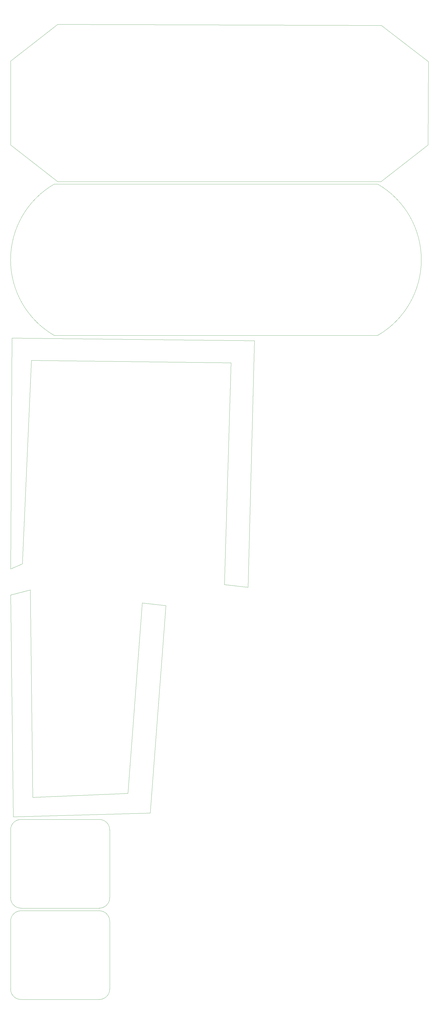
<source format=gbr>
%TF.GenerationSoftware,KiCad,Pcbnew,7.0.6-7.0.6~ubuntu20.04.1*%
%TF.CreationDate,2023-07-11T09:35:53+02:00*%
%TF.ProjectId,output_panel2023-07-11_073542.8350490000,6f757470-7574-45f7-9061-6e656c323032,rev?*%
%TF.SameCoordinates,Original*%
%TF.FileFunction,Profile,NP*%
%FSLAX45Y45*%
G04 Gerber Fmt 4.5, Leading zero omitted, Abs format (unit mm)*
G04 Created by KiCad (PCBNEW 7.0.6-7.0.6~ubuntu20.04.1) date 2023-07-11 09:35:53*
%MOMM*%
%LPD*%
G01*
G04 APERTURE LIST*
%TA.AperFunction,Profile*%
%ADD10C,0.050000*%
%TD*%
%TA.AperFunction,Profile*%
%ADD11C,0.100000*%
%TD*%
G04 APERTURE END LIST*
D10*
X4549997Y-29518003D02*
X899996Y-29668003D01*
D11*
X1723822Y-6170000D02*
X14123822Y-6170000D01*
D10*
X9149999Y-21619997D02*
X8249999Y-21519997D01*
D11*
X3450000Y-33917982D02*
G75*
G03*
X3850000Y-33517982I0J400000D01*
G01*
X50000Y-1450000D02*
X1850000Y-50000D01*
D10*
X8249999Y-21519997D02*
X8499999Y-13019997D01*
X49996Y-21918003D02*
X149997Y-30418003D01*
D11*
X16050000Y-4670000D02*
X14250000Y-6070000D01*
X50000Y-37017982D02*
G75*
G03*
X450000Y-37417982I400000J0D01*
G01*
D10*
X1723822Y-6170000D02*
G75*
G03*
X1723822Y-11970000I1674316J-2900000D01*
G01*
D11*
X3849998Y-34417982D02*
G75*
G03*
X3450000Y-34017982I-399998J2D01*
G01*
D10*
X9399999Y-12169997D02*
X9149999Y-21619997D01*
D11*
X14250000Y-6070000D02*
X1850000Y-6070000D01*
D10*
X5999996Y-22318003D02*
X5099997Y-22218003D01*
D11*
X1850000Y-50000D02*
X14270000Y-90000D01*
X450000Y-30517982D02*
G75*
G03*
X50000Y-30917982I0J-400000D01*
G01*
X3849998Y-30917982D02*
G75*
G03*
X3450000Y-30517982I-399998J2D01*
G01*
X3450000Y-37417982D02*
X450000Y-37417982D01*
X450000Y-34017982D02*
G75*
G03*
X50000Y-34417982I0J-400000D01*
G01*
D10*
X8499999Y-13019997D02*
X849999Y-12919997D01*
D11*
X50000Y-33517982D02*
G75*
G03*
X450000Y-33917982I400000J0D01*
G01*
D10*
X14123822Y-11970000D02*
G75*
G03*
X14123822Y-6170000I-1674316J2900000D01*
G01*
X499999Y-20719997D02*
X49999Y-20919997D01*
D11*
X3450000Y-33917982D02*
X450000Y-33917982D01*
X14270000Y-90000D02*
X16070000Y-1480000D01*
D10*
X49999Y-20919997D02*
X99999Y-12069997D01*
D11*
X3450000Y-37417982D02*
G75*
G03*
X3850000Y-37017982I0J400000D01*
G01*
X450000Y-30517982D02*
X3450000Y-30517982D01*
D10*
X99999Y-12069997D02*
X9399999Y-12169997D01*
X5399997Y-30268003D02*
X5999996Y-22318003D01*
X799996Y-21718003D02*
X49996Y-21918003D01*
X149997Y-30418003D02*
X5399997Y-30268003D01*
D11*
X50000Y-37017982D02*
X50000Y-34417982D01*
X16070000Y-1480000D02*
X16050000Y-4670000D01*
D10*
X899996Y-29668003D02*
X799996Y-21718003D01*
D11*
X1723822Y-11970000D02*
X14123822Y-11970000D01*
D10*
X849999Y-12919997D02*
X499999Y-20719997D01*
D11*
X3850000Y-30917982D02*
X3850000Y-33517982D01*
X3850000Y-34417982D02*
X3850000Y-37017982D01*
X1850000Y-6070000D02*
X50000Y-4670000D01*
D10*
X5099997Y-22218003D02*
X4549997Y-29518003D01*
D11*
X450000Y-34017982D02*
X3450000Y-34017982D01*
X50000Y-4670000D02*
X50000Y-1450000D01*
X50000Y-33517982D02*
X50000Y-30917982D01*
D10*
X4549997Y-29518003D02*
X899996Y-29668003D01*
D11*
X1723822Y-6170000D02*
X14123822Y-6170000D01*
D10*
X9149999Y-21619997D02*
X8249999Y-21519997D01*
D11*
X3450000Y-33917982D02*
G75*
G03*
X3850000Y-33517982I0J400000D01*
G01*
X50000Y-1450000D02*
X1850000Y-50000D01*
D10*
X8249999Y-21519997D02*
X8499999Y-13019997D01*
X49996Y-21918003D02*
X149997Y-30418003D01*
D11*
X16050000Y-4670000D02*
X14250000Y-6070000D01*
X50000Y-37017982D02*
G75*
G03*
X450000Y-37417982I400000J0D01*
G01*
D10*
X1723822Y-6170000D02*
G75*
G03*
X1723822Y-11970000I1674316J-2900000D01*
G01*
D11*
X3849998Y-34417982D02*
G75*
G03*
X3450000Y-34017982I-399998J2D01*
G01*
D10*
X9399999Y-12169997D02*
X9149999Y-21619997D01*
D11*
X14250000Y-6070000D02*
X1850000Y-6070000D01*
D10*
X5999996Y-22318003D02*
X5099997Y-22218003D01*
D11*
X1850000Y-50000D02*
X14270000Y-90000D01*
X450000Y-30517982D02*
G75*
G03*
X50000Y-30917982I0J-400000D01*
G01*
X3849998Y-30917982D02*
G75*
G03*
X3450000Y-30517982I-399998J2D01*
G01*
X3450000Y-37417982D02*
X450000Y-37417982D01*
X450000Y-34017982D02*
G75*
G03*
X50000Y-34417982I0J-400000D01*
G01*
D10*
X8499999Y-13019997D02*
X849999Y-12919997D01*
D11*
X50000Y-33517982D02*
G75*
G03*
X450000Y-33917982I400000J0D01*
G01*
D10*
X14123822Y-11970000D02*
G75*
G03*
X14123822Y-6170000I-1674316J2900000D01*
G01*
X499999Y-20719997D02*
X49999Y-20919997D01*
D11*
X3450000Y-33917982D02*
X450000Y-33917982D01*
X14270000Y-90000D02*
X16070000Y-1480000D01*
D10*
X49999Y-20919997D02*
X99999Y-12069997D01*
D11*
X3450000Y-37417982D02*
G75*
G03*
X3850000Y-37017982I0J400000D01*
G01*
X450000Y-30517982D02*
X3450000Y-30517982D01*
D10*
X99999Y-12069997D02*
X9399999Y-12169997D01*
X5399997Y-30268003D02*
X5999996Y-22318003D01*
X799996Y-21718003D02*
X49996Y-21918003D01*
X149997Y-30418003D02*
X5399997Y-30268003D01*
D11*
X50000Y-37017982D02*
X50000Y-34417982D01*
X16070000Y-1480000D02*
X16050000Y-4670000D01*
D10*
X899996Y-29668003D02*
X799996Y-21718003D01*
D11*
X1723822Y-11970000D02*
X14123822Y-11970000D01*
D10*
X849999Y-12919997D02*
X499999Y-20719997D01*
D11*
X3850000Y-30917982D02*
X3850000Y-33517982D01*
X3850000Y-34417982D02*
X3850000Y-37017982D01*
X1850000Y-6070000D02*
X50000Y-4670000D01*
D10*
X5099997Y-22218003D02*
X4549997Y-29518003D01*
D11*
X450000Y-34017982D02*
X3450000Y-34017982D01*
X50000Y-4670000D02*
X50000Y-1450000D01*
X50000Y-33517982D02*
X50000Y-30917982D01*
M02*

</source>
